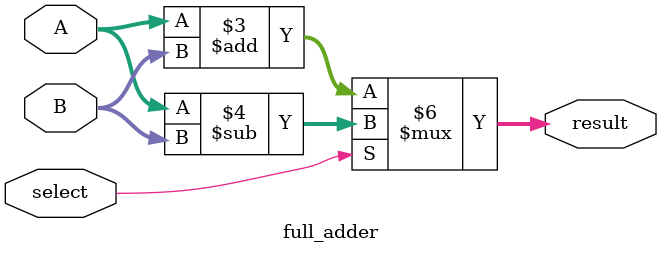
<source format=v>
`timescale 1ns / 1ps


module full_adder(
    input  wire [31:0] A,
    input  wire [31:0] B,
    input select,
    output reg [31:0] result
    );
    
    always @ (*) begin
    if (select == 0)
        result = A + B;
    else
        result = A - B;
    end
endmodule

</source>
